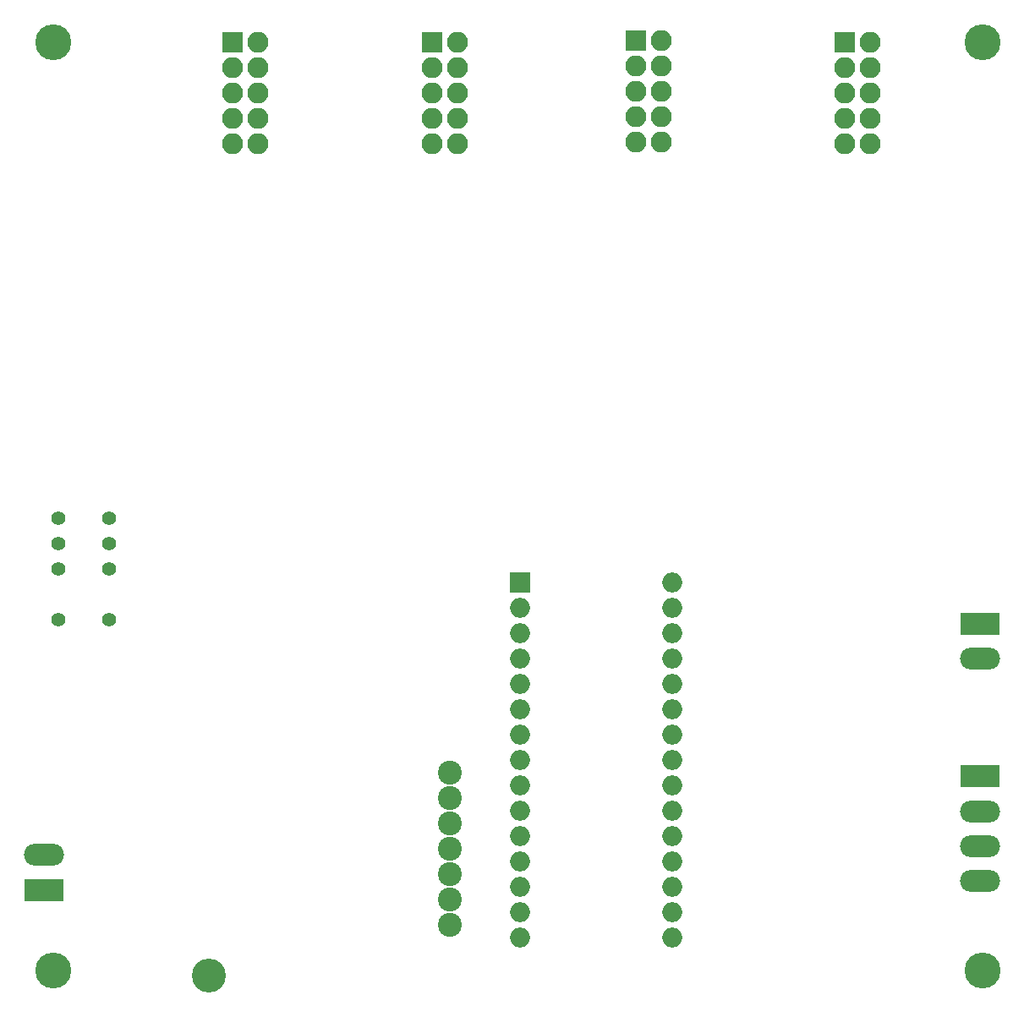
<source format=gbr>
G04 #@! TF.FileFunction,Soldermask,Bot*
%FSLAX46Y46*%
G04 Gerber Fmt 4.6, Leading zero omitted, Abs format (unit mm)*
G04 Created by KiCad (PCBNEW 4.0.7) date 02/05/18 06:25:40*
%MOMM*%
%LPD*%
G01*
G04 APERTURE LIST*
%ADD10C,0.100000*%
%ADD11R,2.000000X2.000000*%
%ADD12O,2.000000X2.000000*%
%ADD13C,2.400000*%
%ADD14C,3.400000*%
%ADD15C,3.600000*%
%ADD16C,1.400000*%
%ADD17R,2.100000X2.100000*%
%ADD18O,2.100000X2.100000*%
%ADD19R,4.000000X2.200000*%
%ADD20O,4.000000X2.200000*%
G04 APERTURE END LIST*
D10*
D11*
X75200000Y-82600000D03*
D12*
X90440000Y-115620000D03*
X75200000Y-85140000D03*
X90440000Y-113080000D03*
X75200000Y-87680000D03*
X90440000Y-110540000D03*
X75200000Y-90220000D03*
X90440000Y-108000000D03*
X75200000Y-92760000D03*
X90440000Y-105460000D03*
X75200000Y-95300000D03*
X90440000Y-102920000D03*
X75200000Y-97840000D03*
X90440000Y-100380000D03*
X75200000Y-100380000D03*
X90440000Y-97840000D03*
X75200000Y-102920000D03*
X90440000Y-95300000D03*
X75200000Y-105460000D03*
X90440000Y-92760000D03*
X75200000Y-108000000D03*
X90440000Y-90220000D03*
X75200000Y-110540000D03*
X90440000Y-87680000D03*
X75200000Y-113080000D03*
X90440000Y-85140000D03*
X75200000Y-115620000D03*
X90440000Y-82600000D03*
X75200000Y-118160000D03*
X90440000Y-118160000D03*
D13*
X68200000Y-101670000D03*
X68200000Y-104210000D03*
X68200000Y-106750000D03*
X68200000Y-109290000D03*
X68200000Y-111830000D03*
X68200000Y-114370000D03*
X68200000Y-116910000D03*
D14*
X44070000Y-121990000D03*
D15*
X121500000Y-121500000D03*
X28500000Y-28500000D03*
X28500000Y-121500000D03*
X121500000Y-28500000D03*
D16*
X29010000Y-86360000D03*
X34090000Y-86360000D03*
X29010000Y-81280000D03*
X34090000Y-81280000D03*
X29010000Y-78740000D03*
X29010000Y-76200000D03*
X34090000Y-78740000D03*
X34090000Y-76200000D03*
D17*
X66450000Y-28500000D03*
D18*
X68990000Y-28500000D03*
X66450000Y-31040000D03*
X68990000Y-31040000D03*
X66450000Y-33580000D03*
X68990000Y-33580000D03*
X66450000Y-36120000D03*
X68990000Y-36120000D03*
X66450000Y-38660000D03*
X68990000Y-38660000D03*
D17*
X46450000Y-28500000D03*
D18*
X48990000Y-28500000D03*
X46450000Y-31040000D03*
X48990000Y-31040000D03*
X46450000Y-33580000D03*
X48990000Y-33580000D03*
X46450000Y-36120000D03*
X48990000Y-36120000D03*
X46450000Y-38660000D03*
X48990000Y-38660000D03*
D17*
X107700000Y-28500000D03*
D18*
X110240000Y-28500000D03*
X107700000Y-31040000D03*
X110240000Y-31040000D03*
X107700000Y-33580000D03*
X110240000Y-33580000D03*
X107700000Y-36120000D03*
X110240000Y-36120000D03*
X107700000Y-38660000D03*
X110240000Y-38660000D03*
D17*
X86800000Y-28300000D03*
D18*
X89340000Y-28300000D03*
X86800000Y-30840000D03*
X89340000Y-30840000D03*
X86800000Y-33380000D03*
X89340000Y-33380000D03*
X86800000Y-35920000D03*
X89340000Y-35920000D03*
X86800000Y-38460000D03*
X89340000Y-38460000D03*
D19*
X27600000Y-113400000D03*
D20*
X27600000Y-109900000D03*
D19*
X121250000Y-102000000D03*
D20*
X121250000Y-105500000D03*
X121250000Y-109000000D03*
X121250000Y-112500000D03*
D19*
X121250000Y-86750000D03*
D20*
X121250000Y-90250000D03*
M02*

</source>
